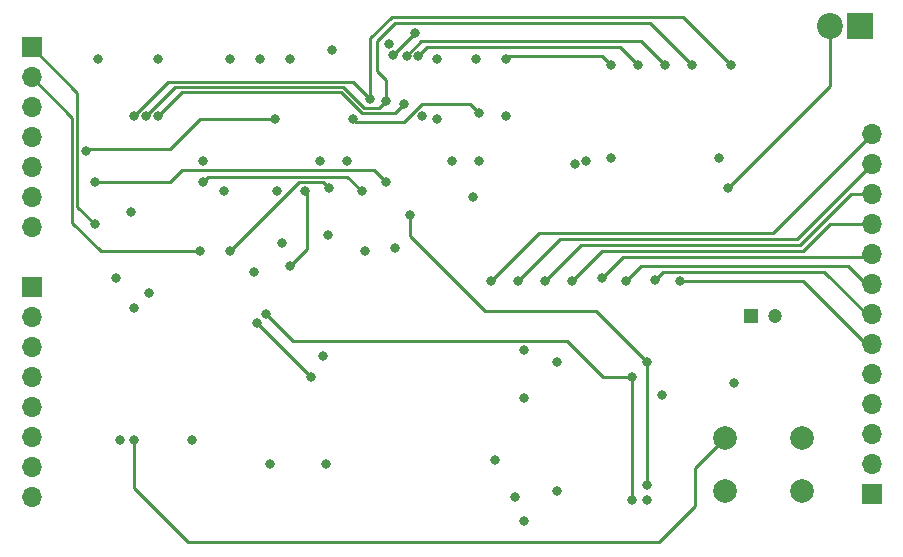
<source format=gbr>
%TF.GenerationSoftware,KiCad,Pcbnew,(6.0.0-0)*%
%TF.CreationDate,2022-08-12T08:36:23-04:00*%
%TF.ProjectId,inst-step-irq-decode,696e7374-2d73-4746-9570-2d6972712d64,rev?*%
%TF.SameCoordinates,Original*%
%TF.FileFunction,Copper,L4,Bot*%
%TF.FilePolarity,Positive*%
%FSLAX46Y46*%
G04 Gerber Fmt 4.6, Leading zero omitted, Abs format (unit mm)*
G04 Created by KiCad (PCBNEW (6.0.0-0)) date 2022-08-12 08:36:23*
%MOMM*%
%LPD*%
G01*
G04 APERTURE LIST*
%TA.AperFunction,ComponentPad*%
%ADD10R,2.200000X2.200000*%
%TD*%
%TA.AperFunction,ComponentPad*%
%ADD11C,2.200000*%
%TD*%
%TA.AperFunction,ComponentPad*%
%ADD12R,1.200000X1.200000*%
%TD*%
%TA.AperFunction,ComponentPad*%
%ADD13C,1.200000*%
%TD*%
%TA.AperFunction,ComponentPad*%
%ADD14C,2.000000*%
%TD*%
%TA.AperFunction,ComponentPad*%
%ADD15R,1.700000X1.700000*%
%TD*%
%TA.AperFunction,ComponentPad*%
%ADD16O,1.700000X1.700000*%
%TD*%
%TA.AperFunction,ViaPad*%
%ADD17C,0.800000*%
%TD*%
%TA.AperFunction,Conductor*%
%ADD18C,0.250000*%
%TD*%
G04 APERTURE END LIST*
D10*
%TO.P,J4,1,Pin_1*%
%TO.N,GND*%
X184912000Y-77216000D03*
D11*
%TO.P,J4,2,Pin_2*%
%TO.N,~{RESET}*%
X182372000Y-77216000D03*
%TD*%
D12*
%TO.P,C5,1*%
%TO.N,~{RESET}*%
X175757401Y-101770000D03*
D13*
%TO.P,C5,2*%
%TO.N,Net-(C5-Pad2)*%
X177757401Y-101770000D03*
%TD*%
D14*
%TO.P,SW1,1,1*%
%TO.N,~{RESET}*%
X173534000Y-112050242D03*
X180034000Y-112050242D03*
%TO.P,SW1,2,2*%
%TO.N,GND*%
X173534000Y-116550242D03*
X180034000Y-116550242D03*
%TD*%
D15*
%TO.P,J1,1,Pin_1*%
%TO.N,BUS0*%
X114808000Y-99314242D03*
D16*
%TO.P,J1,2,Pin_2*%
%TO.N,BUS1*%
X114808000Y-101854242D03*
%TO.P,J1,3,Pin_3*%
%TO.N,BUS2*%
X114808000Y-104394242D03*
%TO.P,J1,4,Pin_4*%
%TO.N,BUS3*%
X114808000Y-106934242D03*
%TO.P,J1,5,Pin_5*%
%TO.N,BUS4*%
X114808000Y-109474242D03*
%TO.P,J1,6,Pin_6*%
%TO.N,BUS5*%
X114808000Y-112014242D03*
%TO.P,J1,7,Pin_7*%
%TO.N,BUS6*%
X114808000Y-114554242D03*
%TO.P,J1,8,Pin_8*%
%TO.N,BUS7*%
X114808000Y-117094242D03*
%TD*%
D15*
%TO.P,J2,1,Pin_1*%
%TO.N,STEP0*%
X185928000Y-116840000D03*
D16*
%TO.P,J2,2,Pin_2*%
%TO.N,STEP1*%
X185928000Y-114300000D03*
%TO.P,J2,3,Pin_3*%
%TO.N,STEP2*%
X185928000Y-111760000D03*
%TO.P,J2,4,Pin_4*%
%TO.N,STEP3*%
X185928000Y-109220000D03*
%TO.P,J2,5,Pin_5*%
%TO.N,STEP4*%
X185928000Y-106680000D03*
%TO.P,J2,6,Pin_6*%
%TO.N,INSTRUCTION0*%
X185928000Y-104140000D03*
%TO.P,J2,7,Pin_7*%
%TO.N,INSTRUCTION1*%
X185928000Y-101600000D03*
%TO.P,J2,8,Pin_8*%
%TO.N,INSTRUCTION2*%
X185928000Y-99060000D03*
%TO.P,J2,9,Pin_9*%
%TO.N,INSTRUCTION3*%
X185928000Y-96520000D03*
%TO.P,J2,10,Pin_10*%
%TO.N,INSTRUCTION4*%
X185928000Y-93980000D03*
%TO.P,J2,11,Pin_11*%
%TO.N,INSTRUCTION5*%
X185928000Y-91440000D03*
%TO.P,J2,12,Pin_12*%
%TO.N,INSTRUCTION6*%
X185928000Y-88900000D03*
%TO.P,J2,13,Pin_13*%
%TO.N,INSTRUCTION7*%
X185928000Y-86360000D03*
%TD*%
D15*
%TO.P,J3,1,Pin_1*%
%TO.N,~{RESET}*%
X114808000Y-78994242D03*
D16*
%TO.P,J3,2,Pin_2*%
%TO.N,CLOCK*%
X114808000Y-81534242D03*
%TO.P,J3,3,Pin_3*%
%TO.N,~{LD_IR}*%
X114808000Y-84074242D03*
%TO.P,J3,4,Pin_4*%
%TO.N,~{INT_REQUEST}*%
X114808000Y-86614242D03*
%TO.P,J3,5,Pin_5*%
%TO.N,~{RESET_STEP}*%
X114808000Y-89154242D03*
%TO.P,J3,6,Pin_6*%
%TO.N,GND*%
X114808000Y-91694242D03*
%TO.P,J3,7,Pin_7*%
%TO.N,VCC*%
X114808000Y-94234242D03*
%TD*%
D17*
%TO.N,VCC*%
X135989386Y-95594788D03*
X128397000Y-112268242D03*
X160782000Y-88900000D03*
X122301000Y-112268242D03*
X140208000Y-79248000D03*
X131572000Y-80010000D03*
X139446000Y-105156242D03*
X156464000Y-104648242D03*
X149098000Y-85090000D03*
X155702000Y-117094242D03*
X149098000Y-80010000D03*
X139700000Y-114300242D03*
X120396000Y-80010000D03*
X123190000Y-92964242D03*
X152654000Y-88646000D03*
X152400000Y-80010000D03*
X141478000Y-88646000D03*
X123444000Y-101092000D03*
%TO.N,GND*%
X133604000Y-98044242D03*
X124714000Y-99822000D03*
X129286000Y-88646000D03*
X163830000Y-88392000D03*
X152146000Y-91694242D03*
X150368000Y-88646000D03*
X145034000Y-78740000D03*
X136652000Y-80010000D03*
X174258500Y-107442000D03*
X168148000Y-108458242D03*
X156464000Y-119126242D03*
X156464000Y-108712242D03*
X143002000Y-96266000D03*
X172974000Y-88392242D03*
X145542000Y-96012242D03*
X121920000Y-98552242D03*
X135631580Y-91181822D03*
X166878000Y-117348242D03*
X131064000Y-91186242D03*
X125476000Y-80010000D03*
X139904550Y-94873123D03*
X154940000Y-84836000D03*
X135001000Y-114300242D03*
X154051000Y-113919242D03*
X161730211Y-88583930D03*
X134112000Y-80010000D03*
X139192000Y-88646000D03*
X159258000Y-116586242D03*
X147832299Y-84840299D03*
X159258000Y-105664242D03*
%TO.N,Net-(U1-Pad6)*%
X141986000Y-85090000D03*
X152654000Y-84582000D03*
X139954000Y-90932000D03*
X131572000Y-96266000D03*
%TO.N,STEP4*%
X163830000Y-80518000D03*
X154940000Y-80010000D03*
%TO.N,Net-(U4-Pad6)*%
X136652000Y-97536000D03*
X137922000Y-91186000D03*
%TO.N,STEP3*%
X147557486Y-79750236D03*
X166116000Y-80518000D03*
%TO.N,STEP2*%
X125480299Y-84840299D03*
X146558000Y-79756000D03*
X146304000Y-83820000D03*
X168402000Y-80518000D03*
%TO.N,STEP1*%
X124460000Y-84836000D03*
X170688000Y-80518000D03*
X144780000Y-83566000D03*
%TO.N,STEP0*%
X174068742Y-80518000D03*
X143491779Y-83407989D03*
X123444000Y-84836000D03*
%TO.N,CLOCK*%
X129032000Y-96266000D03*
X165608000Y-106934242D03*
X165608000Y-117348242D03*
X134620000Y-101600242D03*
%TO.N,INSTRUCTION7*%
X153670000Y-98806000D03*
%TO.N,INSTRUCTION6*%
X155956000Y-98806000D03*
%TO.N,INSTRUCTION5*%
X158242000Y-98806000D03*
%TO.N,INSTRUCTION4*%
X160528000Y-98806000D03*
%TO.N,INSTRUCTION3*%
X163068000Y-98552000D03*
%TO.N,INSTRUCTION2*%
X165100000Y-98806000D03*
%TO.N,INSTRUCTION1*%
X167561500Y-98727500D03*
%TO.N,INSTRUCTION0*%
X169672000Y-98806000D03*
%TO.N,~{RESET}*%
X120142000Y-93980000D03*
X173736000Y-90932000D03*
X123444000Y-112268000D03*
%TO.N,~{INT_REQUEST}*%
X119417500Y-87796302D03*
X135382000Y-85090000D03*
%TO.N,~{RESET_STEP}*%
X120142000Y-90424000D03*
X144780000Y-90424000D03*
%TO.N,Net-(U1-Pad4)*%
X133858000Y-102362242D03*
X138430000Y-106934242D03*
%TO.N,~{LD_IR}*%
X129286000Y-90424000D03*
X142748000Y-91186000D03*
%TO.N,Net-(U5-Pad8)*%
X166878000Y-116078242D03*
X166878000Y-105664242D03*
X146812000Y-93218242D03*
%TO.N,Net-(U10-Pad10)*%
X147261151Y-77774249D03*
X145385978Y-79675477D03*
%TD*%
D18*
%TO.N,Net-(U1-Pad6)*%
X139446000Y-90424000D02*
X139954000Y-90932000D01*
X144526000Y-85344000D02*
X142240000Y-85344000D01*
X142240000Y-85344000D02*
X141986000Y-85090000D01*
X138430000Y-90424000D02*
X139446000Y-90424000D01*
X147828000Y-83820000D02*
X147320000Y-84328000D01*
X151892000Y-83820000D02*
X151130000Y-83820000D01*
X151130000Y-83820000D02*
X147828000Y-83820000D01*
X131572000Y-96266000D02*
X137414000Y-90424000D01*
X146304000Y-85344000D02*
X144526000Y-85344000D01*
X137414000Y-90424000D02*
X138430000Y-90424000D01*
X152654000Y-84582000D02*
X151892000Y-83820000D01*
X147320000Y-84328000D02*
X146304000Y-85344000D01*
%TO.N,STEP4*%
X155194000Y-79756000D02*
X154940000Y-80010000D01*
X163068000Y-79756000D02*
X155194000Y-79756000D01*
X163830000Y-80518000D02*
X163068000Y-79756000D01*
%TO.N,Net-(U4-Pad6)*%
X136652000Y-97536000D02*
X138117511Y-96070489D01*
X138117511Y-91381511D02*
X137922000Y-91186000D01*
X138117511Y-96070489D02*
X138117511Y-91381511D01*
%TO.N,STEP3*%
X166116000Y-80518000D02*
X164592000Y-78994000D01*
X148313722Y-78994000D02*
X147557486Y-79750236D01*
X164592000Y-78994000D02*
X148313722Y-78994000D01*
%TO.N,STEP2*%
X127516597Y-82804001D02*
X125480299Y-84840299D01*
X142747999Y-84581999D02*
X140970001Y-82804001D01*
X140970001Y-82804001D02*
X127516597Y-82804001D01*
X145542000Y-84582000D02*
X142747999Y-84581999D01*
X147797122Y-78486000D02*
X146558000Y-79725122D01*
X146558000Y-79725122D02*
X146558000Y-79756000D01*
X166370000Y-78486000D02*
X147797122Y-78486000D01*
X146304000Y-83820000D02*
X145542000Y-84582000D01*
X168402000Y-80518000D02*
X166370000Y-78486000D01*
%TO.N,STEP1*%
X167132000Y-76962000D02*
X170688000Y-80518000D01*
X144780000Y-83566000D02*
X144780000Y-81788000D01*
X142934193Y-84132489D02*
X144213511Y-84132489D01*
X144213511Y-84132489D02*
X144780000Y-83566000D01*
X144780000Y-81788000D02*
X144018000Y-81026000D01*
X144018000Y-81026000D02*
X144018000Y-78486000D01*
X144018000Y-78486000D02*
X145542000Y-76962000D01*
X126941510Y-82354490D02*
X141156194Y-82354490D01*
X124460000Y-84836000D02*
X126941510Y-82354490D01*
X145542000Y-76962000D02*
X167132000Y-76962000D01*
X141156194Y-82354490D02*
X142934193Y-84132489D01*
%TO.N,STEP0*%
X174068742Y-80518000D02*
X170004742Y-76454000D01*
X126366420Y-81904980D02*
X141988770Y-81904980D01*
X123444000Y-84836000D02*
X123735499Y-84544501D01*
X145288000Y-76454000D02*
X143491779Y-78250221D01*
X123735499Y-84535901D02*
X126366420Y-81904980D01*
X123735499Y-84544501D02*
X123735499Y-84535901D01*
X141988770Y-81904980D02*
X143491779Y-83407989D01*
X143491779Y-78250221D02*
X143491779Y-83407989D01*
X170004742Y-76454000D02*
X145288000Y-76454000D01*
%TO.N,CLOCK*%
X120650000Y-96266000D02*
X118243489Y-93859489D01*
X118243489Y-84969731D02*
X114808000Y-81534242D01*
X118243489Y-93859489D02*
X118243489Y-84969731D01*
X165608000Y-106934242D02*
X165608000Y-117348242D01*
X160146538Y-103886242D02*
X163194538Y-106934242D01*
X129032000Y-96266000D02*
X120650000Y-96266000D01*
X163194538Y-106934242D02*
X165608000Y-106934242D01*
X136906000Y-103886242D02*
X160146538Y-103886242D01*
X134620000Y-101600242D02*
X136906000Y-103886242D01*
%TO.N,INSTRUCTION7*%
X177546000Y-94742000D02*
X157734000Y-94742000D01*
X157734000Y-94742000D02*
X153670000Y-98806000D01*
X185928000Y-86360000D02*
X177546000Y-94742000D01*
%TO.N,INSTRUCTION6*%
X155956000Y-98806000D02*
X159512000Y-95250000D01*
X179578000Y-95250000D02*
X185928000Y-88900000D01*
X159512000Y-95250000D02*
X179578000Y-95250000D01*
%TO.N,INSTRUCTION5*%
X185928000Y-91440000D02*
X184150000Y-91440000D01*
X184150000Y-91440000D02*
X179832000Y-95758000D01*
X179832000Y-95758000D02*
X161290000Y-95758000D01*
X161290000Y-95758000D02*
X158242000Y-98806000D01*
%TO.N,INSTRUCTION4*%
X160528000Y-98806000D02*
X163068000Y-96266000D01*
X180086000Y-96266000D02*
X182372000Y-93980000D01*
X182372000Y-93980000D02*
X185928000Y-93980000D01*
X163068000Y-96266000D02*
X180086000Y-96266000D01*
%TO.N,INSTRUCTION3*%
X164904489Y-96715511D02*
X163068000Y-98552000D01*
X185928000Y-96520000D02*
X185732489Y-96715511D01*
X185732489Y-96715511D02*
X164904489Y-96715511D01*
%TO.N,INSTRUCTION2*%
X185420000Y-99060000D02*
X185928000Y-99060000D01*
X183896000Y-97536000D02*
X185420000Y-99060000D01*
X165100000Y-98806000D02*
X166370000Y-97536000D01*
X166370000Y-97536000D02*
X183896000Y-97536000D01*
%TO.N,INSTRUCTION1*%
X185928000Y-101600000D02*
X185550000Y-101600000D01*
X168303489Y-97985511D02*
X167561500Y-98727500D01*
X181935511Y-97985511D02*
X168303489Y-97985511D01*
X185550000Y-101600000D02*
X181935511Y-97985511D01*
%TO.N,INSTRUCTION0*%
X169672000Y-98806000D02*
X180126000Y-98806000D01*
X180126000Y-98806000D02*
X185460000Y-104140000D01*
X185460000Y-104140000D02*
X185928000Y-104140000D01*
%TO.N,~{RESET}*%
X167894000Y-120904000D02*
X128016000Y-120904000D01*
X118692999Y-92530999D02*
X118692999Y-82879241D01*
X182372000Y-82296000D02*
X173736000Y-90932000D01*
X118692999Y-82879241D02*
X114808000Y-78994242D01*
X170942000Y-114642242D02*
X170942000Y-117856000D01*
X173534000Y-112050242D02*
X170942000Y-114642242D01*
X120142000Y-93980000D02*
X118692999Y-92530999D01*
X182372000Y-77216000D02*
X182372000Y-82296000D01*
X170942000Y-117856000D02*
X167894000Y-120904000D01*
X123444000Y-116332000D02*
X123444000Y-112268000D01*
X128016000Y-120904000D02*
X123444000Y-116332000D01*
%TO.N,~{INT_REQUEST}*%
X126492000Y-87630000D02*
X119583802Y-87630000D01*
X119583802Y-87630000D02*
X119417500Y-87796302D01*
X129032000Y-85090000D02*
X126492000Y-87630000D01*
X135382000Y-85090000D02*
X129032000Y-85090000D01*
%TO.N,~{RESET_STEP}*%
X143764000Y-89408000D02*
X144780000Y-90424000D01*
X126492000Y-90424000D02*
X127508000Y-89408000D01*
X120142000Y-90424000D02*
X126492000Y-90424000D01*
X127508000Y-89408000D02*
X143764000Y-89408000D01*
%TO.N,Net-(U1-Pad4)*%
X138430000Y-106934242D02*
X133858000Y-102362242D01*
%TO.N,~{LD_IR}*%
X142748000Y-91186000D02*
X141536490Y-89974490D01*
X141536490Y-89974490D02*
X129735510Y-89974490D01*
X129735510Y-89974490D02*
X129286000Y-90424000D01*
%TO.N,Net-(U5-Pad8)*%
X166878000Y-105664242D02*
X166878000Y-116078242D01*
X166878000Y-105664242D02*
X162559758Y-101346000D01*
X146812000Y-94996000D02*
X146812000Y-93218242D01*
X153162000Y-101346000D02*
X146812000Y-94996000D01*
X162559758Y-101346000D02*
X153162000Y-101346000D01*
%TO.N,Net-(U10-Pad10)*%
X145385978Y-79649422D02*
X145385978Y-79675477D01*
X147261151Y-77774249D02*
X145385978Y-79649422D01*
%TD*%
M02*

</source>
